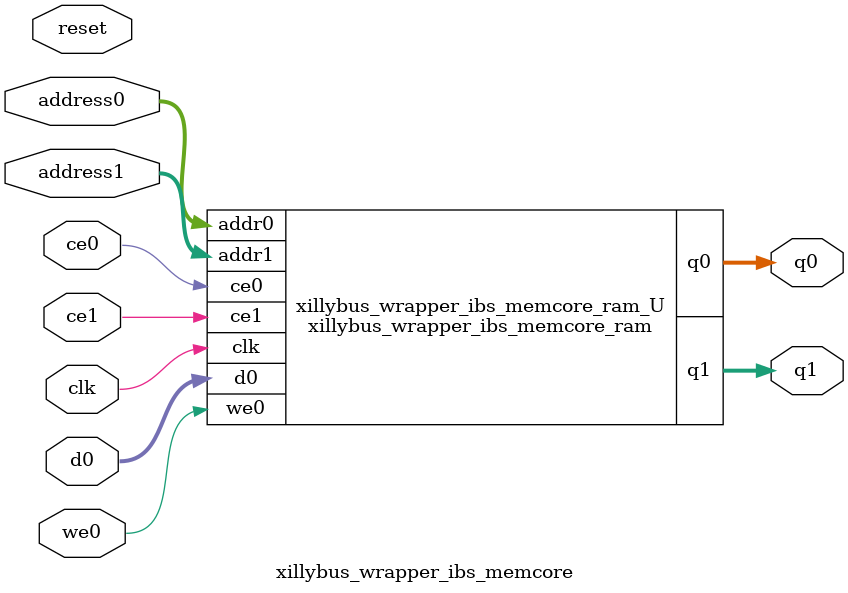
<source format=v>

`timescale 1 ns / 1 ps
module xillybus_wrapper_ibs_memcore_ram (addr0, ce0, d0, we0, q0, addr1, ce1, q1,  clk);

parameter DWIDTH = 64;
parameter AWIDTH = 6;
parameter MEM_SIZE = 64;

input[AWIDTH-1:0] addr0;
input ce0;
input[DWIDTH-1:0] d0;
input we0;
output reg[DWIDTH-1:0] q0;
input[AWIDTH-1:0] addr1;
input ce1;
output reg[DWIDTH-1:0] q1;
input clk;

(* ram_style = "block" *)reg [DWIDTH-1:0] ram[0:MEM_SIZE-1];




always @(posedge clk)  
begin 
    if (ce0) 
    begin
        if (we0) 
        begin 
            ram[addr0] <= d0; 
            q0 <= d0;
        end 
        else 
            q0 <= ram[addr0];
    end
end


always @(posedge clk)  
begin 
    if (ce1) 
    begin
            q1 <= ram[addr1];
    end
end


endmodule


`timescale 1 ns / 1 ps
module xillybus_wrapper_ibs_memcore(
    reset,
    clk,
    address0,
    ce0,
    we0,
    d0,
    q0,
    address1,
    ce1,
    q1);

parameter DataWidth = 32'd64;
parameter AddressRange = 32'd64;
parameter AddressWidth = 32'd6;
input reset;
input clk;
input[AddressWidth - 1:0] address0;
input ce0;
input we0;
input[DataWidth - 1:0] d0;
output[DataWidth - 1:0] q0;
input[AddressWidth - 1:0] address1;
input ce1;
output[DataWidth - 1:0] q1;



xillybus_wrapper_ibs_memcore_ram xillybus_wrapper_ibs_memcore_ram_U(
    .clk( clk ),
    .addr0( address0 ),
    .ce0( ce0 ),
    .d0( d0 ),
    .we0( we0 ),
    .q0( q0 ),
    .addr1( address1 ),
    .ce1( ce1 ),
    .q1( q1 ));

endmodule


</source>
